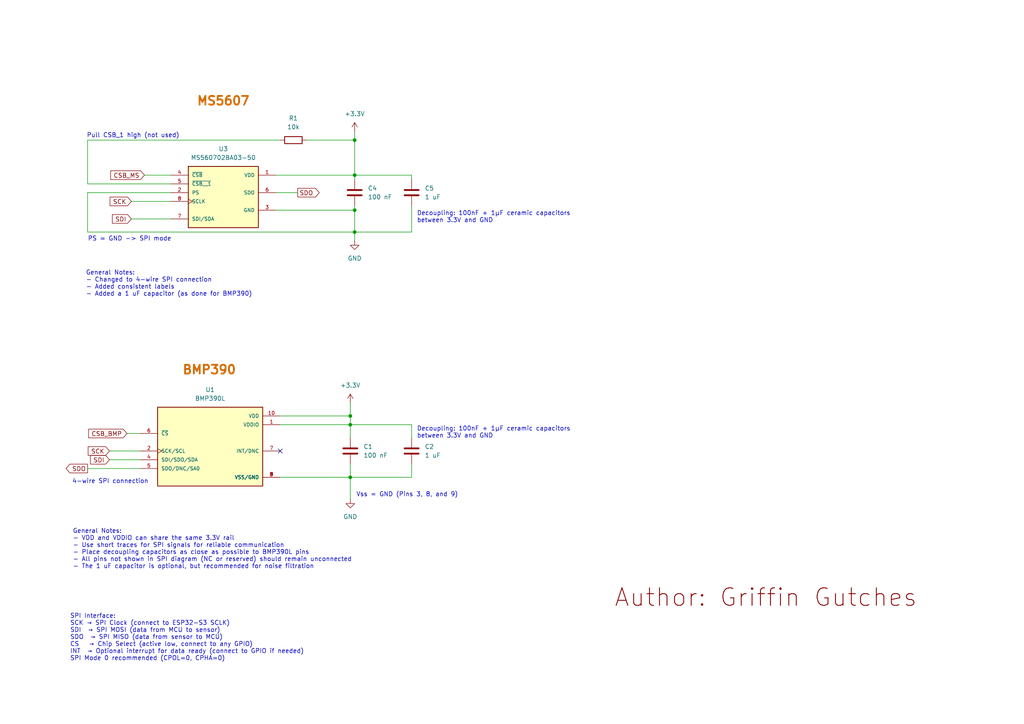
<source format=kicad_sch>
(kicad_sch (version 20250114) (generator "eeschema") (generator_version "9.0")
  (paper "A4")
  (title_block (title "Barometer Schematics ") (date "2025-10-23") (rev "0") (company "Oregon State University "))
  (lib_symbols
    (symbol "BMP390L:BMP390L" (pin_names (offset 1.016))
      (property "Reference" "U" (at -15.24 15.24 0))
      (property "Value" "BMP390L" (at -15.24 -15.24 0))
      (symbol "BMP390L_0_0"
        (rectangle (start -15.24 -10.16) (end 15.24 12.7) (stroke (width 0.254)) (fill (type background)))
        (pin input line (at -20.32 5.08 0) (length 5.08) (name "~{CS}") (number "6"))
        (pin input clock (at -20.32 0 0) (length 5.08) (name "SCK/SCL") (number "2"))
        (pin bidirectional line (at -20.32 -2.54 0) (length 5.08) (name "SDI/SDO/SDA") (number "4"))
        (pin bidirectional line (at -20.32 -5.08 0) (length 5.08) (name "SDO/DNC/SA0") (number "5"))
        (pin power_in line (at 20.32 10.16 180) (length 5.08) (name "VDD") (number "10"))
        (pin power_in line (at 20.32 7.62 180) (length 5.08) (name "VDDIO") (number "1"))
        (pin output line (at 20.32 0 180) (length 5.08) (name "INT/DNC") (number "7"))
        (pin power_in line (at 20.32 -7.62 180) (length 5.08) (name "VSS/GND") (number "3"))
        (pin power_in line (at 20.32 -7.62 180) (length 5.08) (name "VSS/GND") (number "8"))
        (pin power_in line (at 20.32 -7.62 180) (length 5.08) (name "VSS/GND") (number "9"))
      )
    )
    (symbol "Device:C" (pin_numbers (hide yes)) (pin_names (offset 0.254))
      (property "Reference" "C" (at 0.635 2.54 0))
      (property "Value" "C" (at 0.635 -2.54 0))
      (symbol "C_0_1"
        (polyline (pts (xy -2.032 0.762) (xy 2.032 0.762)) (stroke (width 0.508)))
        (polyline (pts (xy -2.032 -0.762) (xy 2.032 -0.762)) (stroke (width 0.508)))
      )
      (symbol "C_1_1"
        (pin passive line (at 0 3.81 270) (length 2.794) (name "~") (number "1"))
        (pin passive line (at 0 -3.81 90) (length 2.794) (name "~") (number "2"))
      )
    )
    (symbol "Device:R" (pin_numbers (hide yes)) (pin_names (offset 0))
      (property "Reference" "R" (at 2.032 0 90))
      (property "Value" "R" (at 0 0 90))
      (symbol "R_0_1"
        (rectangle (start -1.016 -2.54) (end 1.016 2.54) (stroke (width 0.254)))
      )
      (symbol "R_1_1"
        (pin passive line (at 0 3.81 270) (length 1.27) (name "~") (number "1"))
        (pin passive line (at 0 -3.81 90) (length 1.27) (name "~") (number "2"))
      )
    )
    (symbol "MS560702BA03-50:MS560702BA03-50" (pin_names (offset 1.016))
      (property "Reference" "U" (at -10.1694 8.3898 0))
      (property "Value" "MS560702BA03-50" (at -10.1682 -12.7082 0))
      (symbol "MS560702BA03-50_0_0"
        (rectangle (start -10.16 -10.16) (end 10.16 7.62) (stroke (width 0.254)) (fill (type background)))
        (pin input line (at -15.24 5.08 0) (length 5.08) (name "~{CSB}") (number "4"))
        (pin input line (at -15.24 2.54 0) (length 5.08) (name "~{CSB__1}") (number "5"))
        (pin input line (at -15.24 0 0) (length 5.08) (name "PS") (number "2"))
        (pin input clock (at -15.24 -2.54 0) (length 5.08) (name "SCLK") (number "8"))
        (pin bidirectional line (at -15.24 -7.62 0) (length 5.08) (name "SDI/SDA") (number "7"))
        (pin power_in line (at 15.24 5.08 180) (length 5.08) (name "VDD") (number "1"))
        (pin output line (at 15.24 0 180) (length 5.08) (name "SDO") (number "6"))
        (pin power_in line (at 15.24 -5.08 180) (length 5.08) (name "GND") (number "3"))
      )
    )
    (symbol "power:+3.3V" (power) (pin_numbers (hide yes)) (pin_names (offset 0) (hide yes))
      (property "Value" "+3.3V" (at 0 3.556 0))
      (symbol "+3.3V_0_1"
        (polyline (pts (xy -0.762 1.27) (xy 0 2.54)))
        (polyline (pts (xy 0 2.54) (xy 0.762 1.27)))
        (polyline (pts (xy 0 0) (xy 0 2.54)))
      )
      (symbol "+3.3V_1_1"
        (pin power_in line (at 0 0 90) (length 0) (name "~") (number "1"))
      )
    )
    (symbol "power:GND" (power) (pin_numbers (hide yes)) (pin_names (offset 0) (hide yes))
      (property "Value" "GND" (at 0 -3.81 0))
      (symbol "GND_0_1"
        (polyline (pts (xy 0 0) (xy 0 -1.27) (xy 1.27 -1.27) (xy 0 -2.54) (xy -1.27 -1.27) (xy 0 -1.27)))
      )
      (symbol "GND_1_1"
        (pin power_in line (at 0 0 270) (length 0) (name "~") (number "1"))
      )
    )
  )
  (text "Decoupling: 100nF + 1µF ceramic capacitors \nbetween 3.3V and GND\n" (at 120.904 62.992 0) (effects (font (size 1.27 1.27)) (justify left)))
  (text "PS = GND -> SPI mode" (at 37.592 69.342 0) (effects (font (size 1.27 1.27))))
  (text "MS5607" (at 64.77 29.464 0) (effects (font (size 2.54 2.54) (thickness 0.508) (bold yes))))
  (text "Vss = GND (Pins 3, 8, and 9)" (at 118.11 143.51 0) (effects (font (size 1.27 1.27))))
  (text "General Notes: \n- VDD and VDDIO can share the same 3.3V rail\n- Use short traces for SPI signals for reliable communication\n- Place decoupling capacitors as close as possible to BMP390L pins\n- All pins not shown in SPI diagram (NC or reserved) should remain unconnected\n- The 1 uF capacitor is optional, but recommended for noise filtration\n\n" (at 21.082 160.274 0) (effects (font (size 1.27 1.27)) (justify left)))
  (text "Pull CSB_1 high (not used)" (at 38.608 39.37 0) (effects (font (size 1.27 1.27))))
  (text "Decoupling: 100nF + 1µF ceramic capacitors \nbetween 3.3V and GND\n" (at 120.904 125.476 0) (effects (font (size 1.27 1.27)) (justify left)))
  (text "Author: Griffin Gutches" (at 178.054 173.482 0) (effects (font (size 5.08 5.08) (thickness 0.254) (bold yes)) (justify left)))
  (text "SPI Interface:\nSCK → SPI Clock (connect to ESP32-S3 SCLK)\nSDI  → SPI MOSI (data from MCU to sensor)\nSDO  → SPI MISO (data from sensor to MCU)\nCS   → Chip Select (active low, connect to any GPIO)\nINT  → Optional interrupt for data ready (connect to GPIO if needed)\nSPI Mode 0 recommended (CPOL=0, CPHA=0)\n" (at 20.32 184.912 0) (effects (font (size 1.27 1.27)) (justify left)))
  (text "BMP390" (at 60.706 107.442 0) (effects (font (size 2.54 2.54) (thickness 0.508) (bold yes))))
  (text "4-wire SPI connection" (at 32.004 139.7 0) (effects (font (size 1.27 1.27))))
  (text "General Notes: \n- Changed to 4-wire SPI connection\n- Added consistent labels\n- Added a 1 uF capacitor (as done for BMP390)\n\n\n" (at 24.892 84.328 0) (effects (font (size 1.27 1.27)) (justify left)))
  (junction (at 101.6 138.43))
  (junction (at 102.87 40.64))
  (junction (at 102.87 50.8))
  (junction (at 101.6 120.65))
  (junction (at 102.87 67.31))
  (junction (at 102.87 60.96))
  (junction (at 101.6 123.19))
  (no_connect (at 81.28 130.81))
  (wire (pts (xy 31.75 130.81) (xy 40.64 130.81)))
  (wire (pts (xy 25.4 55.88) (xy 25.4 67.31)))
  (wire (pts (xy 81.28 138.43) (xy 101.6 138.43)))
  (wire (pts (xy 80.01 60.96) (xy 102.87 60.96)))
  (wire (pts (xy 102.87 67.31) (xy 119.38 67.31)))
  (wire (pts (xy 119.38 50.8) (xy 102.87 50.8)))
  (wire (pts (xy 49.53 55.88) (xy 25.4 55.88)))
  (wire (pts (xy 102.87 60.96) (xy 102.87 67.31)))
  (wire (pts (xy 119.38 67.31) (xy 119.38 59.69)))
  (wire (pts (xy 36.83 125.73) (xy 40.64 125.73)))
  (wire (pts (xy 101.6 120.65) (xy 101.6 123.19)))
  (wire (pts (xy 119.38 138.43) (xy 119.38 134.62)))
  (wire (pts (xy 119.38 50.8) (xy 119.38 52.07)))
  (wire (pts (xy 25.4 40.64) (xy 81.28 40.64)))
  (wire (pts (xy 31.75 133.35) (xy 40.64 133.35)))
  (wire (pts (xy 49.53 53.34) (xy 25.4 53.34)))
  (wire (pts (xy 101.6 138.43) (xy 101.6 144.78)))
  (wire (pts (xy 119.38 123.19) (xy 119.38 127)))
  (wire (pts (xy 38.1 58.42) (xy 49.53 58.42)))
  (wire (pts (xy 101.6 123.19) (xy 101.6 127)))
  (wire (pts (xy 25.4 67.31) (xy 102.87 67.31)))
  (wire (pts (xy 102.87 59.69) (xy 102.87 60.96)))
  (wire (pts (xy 102.87 40.64) (xy 102.87 50.8)))
  (wire (pts (xy 101.6 138.43) (xy 119.38 138.43)))
  (wire (pts (xy 102.87 69.85) (xy 102.87 67.31)))
  (wire (pts (xy 101.6 120.65) (xy 81.28 120.65)))
  (wire (pts (xy 25.4 53.34) (xy 25.4 40.64)))
  (wire (pts (xy 101.6 134.62) (xy 101.6 138.43)))
  (wire (pts (xy 102.87 52.07) (xy 102.87 50.8)))
  (wire (pts (xy 101.6 123.19) (xy 119.38 123.19)))
  (wire (pts (xy 86.36 55.88) (xy 80.01 55.88)))
  (wire (pts (xy 41.91 50.8) (xy 49.53 50.8)))
  (wire (pts (xy 49.53 63.5) (xy 38.1 63.5)))
  (wire (pts (xy 80.01 50.8) (xy 102.87 50.8)))
  (wire (pts (xy 88.9 40.64) (xy 102.87 40.64)))
  (wire (pts (xy 25.4 135.89) (xy 40.64 135.89)))
  (wire (pts (xy 102.87 38.1) (xy 102.87 40.64)))
  (wire (pts (xy 101.6 116.84) (xy 101.6 120.65)))
  (wire (pts (xy 81.28 123.19) (xy 101.6 123.19)))
  (global_label "SDI" (shape input) (at 38.1 63.5 180) (property "Intersheetrefs" "${INTERSHEET_REFS}" (effects (hide yes))))
  (global_label "CSB_BMP" (shape input) (at 36.83 125.73 180) (property "Intersheetrefs" "${INTERSHEET_REFS}" (effects (hide yes))))
  (global_label "SDI" (shape input) (at 31.75 133.35 180) (property "Intersheetrefs" "${INTERSHEET_REFS}" (effects (hide yes))))
  (global_label "SCK" (shape input) (at 31.75 130.81 180) (property "Intersheetrefs" "${INTERSHEET_REFS}" (effects (hide yes))))
  (global_label "SDO" (shape output) (at 25.4 135.89 180) (property "Intersheetrefs" "${INTERSHEET_REFS}" (effects (hide yes))))
  (global_label "SCK" (shape input) (at 38.1 58.42 180) (property "Intersheetrefs" "${INTERSHEET_REFS}" (effects (hide yes))))
  (global_label "SDO" (shape output) (at 86.36 55.88 0) (property "Intersheetrefs" "${INTERSHEET_REFS}" (effects (hide yes))))
  (global_label "CSB_MS" (shape input) (at 41.91 50.8 180) (property "Intersheetrefs" "${INTERSHEET_REFS}" (effects (hide yes))))
  (symbol (lib_id "Device:C") (at 119.38 55.88 0) (unit 1)
    (property "Reference" "C5" (at 123.19 54.6099 0) (effects (justify left)))
    (property "Value" "1 uF" (at 123.19 57.1499 0) (effects (justify left)))
    (property "Footprint" "Capacitor_SMD:C_0402_1005Metric" (effects (hide yes)))
    (property "Description" "Unpolarized capacitor" (effects (hide yes)))
  )
  (symbol (lib_id "power:GND") (at 102.87 69.85 0) (unit 1)
    (property "Reference" "#PWR010" (effects (hide yes)))
    (property "Value" "GND" (at 102.87 74.93 0))
    (property "Description" "Power symbol creates a global label with name \"GND\" , ground" (effects (hide yes)))
  )
  (symbol (lib_id "Device:R") (at 85.09 40.64 90) (unit 1)
    (property "Reference" "R1" (at 85.09 34.29 90))
    (property "Value" "10k" (at 85.09 36.83 90))
    (property "Footprint" "Resistor_SMD:R_0402_1005Metric" (effects (hide yes)))
    (property "Description" "Resistor" (effects (hide yes)))
  )
  (symbol (lib_id "power:+3.3V") (at 101.6 116.84 0) (unit 1)
    (property "Reference" "#PWR03" (effects (hide yes)))
    (property "Value" "+3.3V" (at 101.6 111.76 0))
    (property "Description" "Power symbol creates a global label with name \"+3.3V\"" (effects (hide yes)))
  )
  (symbol (lib_id "MS560702BA03-50:MS560702BA03-50") (at 64.77 55.88 0) (unit 1)
    (property "Reference" "U3" (at 64.77 43.18 0))
    (property "Value" "MS560702BA03-50" (at 64.77 45.72 0))
    (property "Footprint" "LSM6DSO32:XDCR_LSM6DSO32TR" (effects (hide yes)))
    (property "Datasheet" "https://www.te.com/usa-en/product-MS560702BA03-50.datasheet.pdf" (effects (hide yes)))
    (property "STANDARD" "MANUFACTURER RECOMMENDATIONS" (effects (hide yes)))
    (property "MANUFACTURER" "TE CONNECTIVITY" (effects (hide yes)))
  )
  (symbol (lib_id "power:GND") (at 101.6 144.78 0) (unit 1)
    (property "Reference" "#PWR01" (effects (hide yes)))
    (property "Value" "GND" (at 101.6 149.86 0))
    (property "Description" "Power symbol creates a global label with name \"GND\" , ground" (effects (hide yes)))
  )
  (symbol (lib_id "Device:C") (at 102.87 55.88 0) (unit 1)
    (property "Reference" "C4" (at 106.68 54.6099 0) (effects (justify left)))
    (property "Value" "100 nF" (at 106.68 57.1499 0) (effects (justify left)))
    (property "Footprint" "Capacitor_SMD:C_0402_1005Metric" (effects (hide yes)))
    (property "Description" "Unpolarized capacitor" (effects (hide yes)))
  )
  (symbol (lib_id "Device:C") (at 101.6 130.81 0) (unit 1)
    (property "Reference" "C1" (at 105.41 129.5399 0) (effects (justify left)))
    (property "Value" "100 nF" (at 105.41 132.0799 0) (effects (justify left)))
    (property "Footprint" "Capacitor_SMD:C_0402_1005Metric" (effects (hide yes)))
    (property "Description" "Unpolarized capacitor" (effects (hide yes)))
  )
  (symbol (lib_id "power:+3.3V") (at 102.87 38.1 0) (unit 1)
    (property "Reference" "#PWR04" (effects (hide yes)))
    (property "Value" "+3.3V" (at 102.87 33.02 0))
    (property "Description" "Power symbol creates a global label with name \"+3.3V\"" (effects (hide yes)))
  )
  (symbol (lib_id "BMP390L:BMP390L") (at 60.96 130.81 0) (unit 1)
    (property "Reference" "U1" (at 60.96 113.03 0))
    (property "Value" "BMP390L" (at 60.96 115.57 0))
    (property "Footprint" "BMP390:XDCR_BMP390L" (effects (hide yes)))
    (property "Datasheet" "https://www.bosch-sensortec.com/media/boschsensortec/downloads/datasheets/bst-bmp390-ds002.pdf" (effects (hide yes)))
    (property "MF" "Bosch Sensortec" (effects (hide yes)))
    (property "MAXIMUM_PACKAGE_HEIGHT" "0.8 mm" (effects (hide yes)))
    (property "Package" "None" (effects (hide yes)))
    (property "Price" "None" (effects (hide yes)))
    (property "Check_prices" "https://www.snapeda.com/parts/BMP390L/Bosch/view-part/?ref=eda" (effects (hide yes)))
    (property "STANDARD" "Manufacturer Recommendation" (effects (hide yes)))
    (property "PARTREV" "1.7" (effects (hide yes)))
    (property "SnapEDA_Link" "https://www.snapeda.com/parts/BMP390L/Bosch/view-part/?ref=snap" (effects (hide yes)))
    (property "MP" "BMP390L" (effects (hide yes)))
    (property "Description_1" "Pressure Sensor Development Tools Evaluation Shuttle Board for the BMP390L" (effects (hide yes)))
    (property "MANUFACTURER" "BOSCH" (effects (hide yes)))
    (property "Availability" "In Stock" (effects (hide yes)))
    (property "SNAPEDA_PN" "BMP390L" (effects (hide yes)))
  )
  (symbol (lib_id "Device:C") (at 119.38 130.81 0) (unit 1)
    (property "Reference" "C2" (at 123.19 129.5399 0) (effects (justify left)))
    (property "Value" "1 uF" (at 123.19 132.0799 0) (effects (justify left)))
    (property "Footprint" "Capacitor_SMD:C_0402_1005Metric" (effects (hide yes)))
    (property "Description" "Unpolarized capacitor" (effects (hide yes)))
  )
)
</source>
